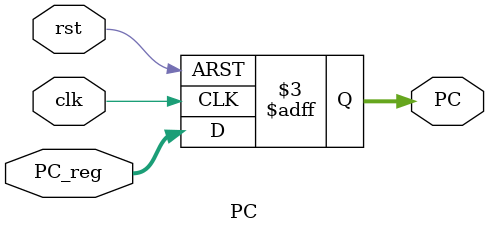
<source format=v>
module PC #(parameter PC_Size = 32) (
    output reg [PC_Size-1:0] PC,
    input wire [PC_Size-1:0] PC_reg,
    input wire clk,rst
);
    
always @(posedge clk, negedge rst) begin
    if (!rst) begin
         PC <= 32'b0;
    end
    else PC <= PC_reg;
end
endmodule
</source>
